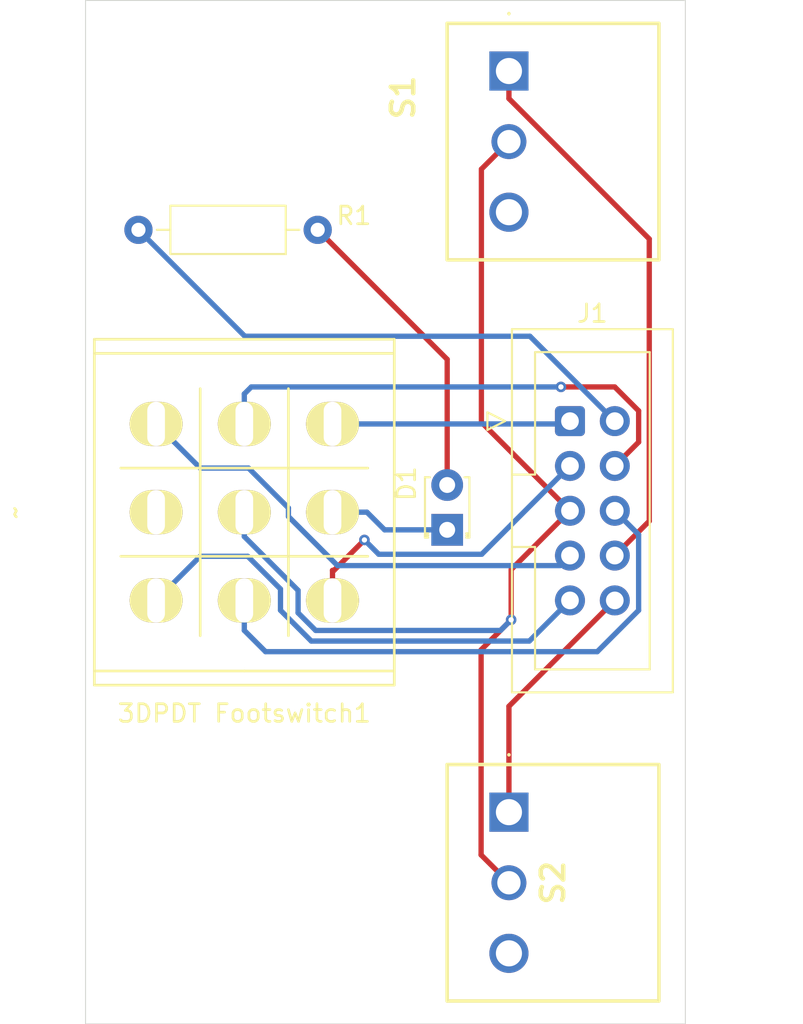
<source format=kicad_pcb>
(kicad_pcb (version 20241229) (generator "pcbnew") (generator_version "9.0")
  (layers (0 "F.Cu" signal) (2 "B.Cu" signal) (13 "F.Paste" user) (15 "B.Paste" user) (5 "F.SilkS" user "F.Silkscreen") (7 "B.SilkS" user "B.Silkscreen") (1 "F.Mask" user) (3 "B.Mask" user) (25 "Edge.Cuts" user))
  (net 0 "")
  (net 2 "/conn9")
  (net 3 "/conn4")
  (net 4 "/conn2")
  (net 5 "/conn7")
  (net 6 "/conn3")
  (net 7 "/conn6")
  (net 8 "/conn1")
  (net 9 "/conn5")
  (net 10 "/conn8")
  (net 11 "Net-(D1-A)")
  (net 12 "/fsw2")
  (net 13 "/conn10")
  (footprint "Resistor_THT:R_Axial_DIN0207_L6.3mm_D2.5mm_P10.16mm_Horizontal" (layer "F.Cu") (at 143.16 78 180)
    (property "Reference" "R1" (at -2.05 0.8 0) (layer "F.SilkS"))
    (property "Value" "1k")
    (fp_line (start 9.12 0) (end 8.35 0) (stroke (width 0.12)) (layer "F.SilkS"))
    (fp_line (start 1.04 0) (end 1.81 0) (stroke (width 0.12)) (layer "F.SilkS"))
    (fp_rect (start 1.81 -1.37) (end 8.35 1.37) (stroke (width 0.12)) (fill no) (layer "F.SilkS"))
    (pad "1" thru_hole circle (at 0 0 180) (size 1.6 1.6) (drill 0.8) (layers "*.Cu" "*.Mask") (net 11 "Net-(D1-A)"))
    (pad "2" thru_hole circle (at 10.16 0 180) (size 1.6 1.6) (drill 0.8) (layers "*.Cu" "*.Mask") (net 4 "/conn2"))
  )
  (footprint "pcb switch:SF12011F010220RM050" (layer "F.Cu") (at 154 111 -90)
    (property "Reference" "S2" (at 4 -2.5 90) (layer "F.SilkS") (effects (font (size 1.27 1.27) (thickness 0.254))))
    (property "Value" "SF12011F-0102-20R-M-050" (hide yes))
    (fp_line (start -2.7 3.5) (end -2.7 -8.5) (stroke (width 0.2)) (layer "F.SilkS"))
    (fp_line (start 10.7 3.5) (end -2.7 3.5) (stroke (width 0.2)) (layer "F.SilkS"))
    (fp_line (start -3.3 0) (end -3.3 0) (stroke (width 0.1)) (layer "F.SilkS"))
    (fp_line (start -3.2 0) (end -3.2 0) (stroke (width 0.1)) (layer "F.SilkS"))
    (fp_line (start -2.7 -8.5) (end 10.7 -8.5) (stroke (width 0.2)) (layer "F.SilkS"))
    (fp_line (start 10.7 -8.5) (end 10.7 3.5) (stroke (width 0.2)) (layer "F.SilkS"))
    (fp_arc (start -3.3 0) (mid -3.25 -0.05) (end -3.2 0) (stroke (width 0.1)) (layer "F.SilkS"))
    (fp_arc (start -3.2 0) (mid -3.25 0.05) (end -3.3 0) (stroke (width 0.1)) (layer "F.SilkS"))
    (pad "1" thru_hole rect (at 0 0 270) (size 2.22 2.22) (drill 1.48) (layers "*.Cu" "*.Mask") (net 13 "/conn10"))
    (pad "2" thru_hole circle (at 4 0 270) (size 1.98 1.98) (drill 1.32) (layers "*.Cu" "*.Mask") (net 9 "/conn5"))
    (pad "3" thru_hole circle (at 8 0 270) (size 2.22 2.22) (drill 1.48) (layers "*.Cu" "*.Mask"))
  )
  (footprint "LED_THT:LED_D1.8mm_W3.3mm_H2.4mm" (layer "F.Cu") (at 150.5 95 90)
    (property "Reference" "D1" (at 2.62 -2.3 90) (layer "F.SilkS"))
    (property "Value" "LED")
    (fp_line (start 2.98 -1.26) (end 2.98 -0.986) (stroke (width 0.12)) (layer "F.SilkS"))
    (fp_line (start -0.2 -1.26) (end -0.2 -1.08) (stroke (width 0.12)) (layer "F.SilkS"))
    (fp_line (start -0.32 -1.26) (end -0.32 -1.08) (stroke (width 0.12)) (layer "F.SilkS"))
    (fp_line (start -0.44 -1.26) (end 2.98 -1.26) (stroke (width 0.12)) (layer "F.SilkS"))
    (fp_line (start -0.44 -1.08) (end -0.44 -1.26) (stroke (width 0.12)) (layer "F.SilkS"))
    (fp_line (start 2.98 0.986) (end 2.98 1.26) (stroke (width 0.12)) (layer "F.SilkS"))
    (fp_line (start -0.2 1.08) (end -0.2 1.26) (stroke (width 0.12)) (layer "F.SilkS"))
    (fp_line (start -0.32 1.08) (end -0.32 1.26) (stroke (width 0.12)) (layer "F.SilkS"))
    (fp_line (start 2.98 1.26) (end -0.44 1.26) (stroke (width 0.12)) (layer "F.SilkS"))
    (fp_line (start -0.44 1.26) (end -0.44 1.08) (stroke (width 0.12)) (layer "F.SilkS"))
    (pad "1" thru_hole rect (at 0 0 90) (size 1.8 1.8) (drill 0.9) (layers "*.Cu" "*.Mask") (net 12 "/fsw2"))
    (pad "2" thru_hole circle (at 2.54 0 90) (size 1.8 1.8) (drill 0.9) (layers "*.Cu" "*.Mask") (net 11 "Net-(D1-A)"))
  )
  (footprint "Button_Switch_THT:Switches_Stomp_Switch_3PDT" (layer "F.Cu") (at 139 94 -90)
    (property "Reference" "3DPDT Footswitch1" (at 11.4 0 0) (layer "F.SilkS"))
    (property "Value" "~" (at 0 13 90) (layer "F.SilkS"))
    (fp_line (start -9.8 8.5) (end -9.8 -8.5) (stroke (width 0.15)) (layer "F.SilkS"))
    (fp_line (start -9 8.5) (end -9.8 8.5) (stroke (width 0.15)) (layer "F.SilkS"))
    (fp_line (start -9 8.5) (end 9 8.5) (stroke (width 0.15)) (layer "F.SilkS"))
    (fp_line (start -9 8.5) (end -9 -8.5) (stroke (width 0.15)) (layer "F.SilkS"))
    (fp_line (start 9 8.5) (end 9 0) (stroke (width 0.15)) (layer "F.SilkS"))
    (fp_line (start 9.8 8.5) (end 9 8.5) (stroke (width 0.15)) (layer "F.SilkS"))
    (fp_line (start 9.8 8.5) (end 9.8 -8.5) (stroke (width 0.15)) (layer "F.SilkS"))
    (fp_line (start 2.5 7) (end 2.5 -7) (stroke (width 0.15)) (layer "F.SilkS"))
    (fp_line (start 7 2.5) (end -7 2.5) (stroke (width 0.15)) (layer "F.SilkS"))
    (fp_line (start -7 -2.5) (end 7 -2.5) (stroke (width 0.15)) (layer "F.SilkS"))
    (fp_line (start -2.5 -7) (end -2.5 7) (stroke (width 0.15)) (layer "F.SilkS"))
    (fp_line (start -9.8 -8.5) (end -9 -8.5) (stroke (width 0.15)) (layer "F.SilkS"))
    (fp_line (start -9 -8.5) (end 9 -8.5) (stroke (width 0.15)) (layer "F.SilkS"))
    (fp_line (start 9 -8.5) (end 9 0) (stroke (width 0.15)) (layer "F.SilkS"))
    (fp_line (start 9.8 -8.5) (end 9 -8.5) (stroke (width 0.15)) (layer "F.SilkS"))
    (pad "1" thru_hole oval (at -5 -5 270) (size 2.5 3) (drill oval 2.5 1) (layers "*.Cu" "*.Mask" "F.SilkS") (net 8 "/conn1"))
    (pad "2" thru_hole oval (at 0 -5 270) (size 2.5 3) (drill oval 2.5 1) (layers "*.Cu" "*.Mask" "F.SilkS") (net 12 "/fsw2"))
    (pad "3" thru_hole oval (at 5 -5 270) (size 2.5 3) (drill oval 2.5 1) (layers "*.Cu" "*.Mask" "F.SilkS") (net 6 "/conn3"))
    (pad "4" thru_hole oval (at -5 0 270) (size 2.5 3) (drill oval 2.5 1) (layers "*.Cu" "*.Mask" "F.SilkS") (net 3 "/conn4"))
    (pad "5" thru_hole oval (at 0 0 270) (size 2.5 3) (drill oval 2.5 1) (layers "*.Cu" "*.Mask" "F.SilkS") (net 9 "/conn5"))
    (pad "6" thru_hole oval (at 5 0 270) (size 2.5 3) (drill oval 2.5 1) (layers "*.Cu" "*.Mask" "F.SilkS") (net 7 "/conn6"))
    (pad "7" thru_hole oval (at -5 5 270) (size 2.5 3) (drill oval 2.5 1) (layers "*.Cu" "*.Mask" "F.SilkS") (net 5 "/conn7"))
    (pad "8" thru_hole oval (at 0 5 270) (size 2.5 3) (drill oval 2.5 1) (layers "*.Cu" "*.Mask" "F.SilkS"))
    (pad "9" thru_hole oval (at 5 5 270) (size 2.5 3) (drill oval 2.5 1) (layers "*.Cu" "*.Mask" "F.SilkS") (net 2 "/conn9"))
  )
  (footprint "Connector_IDC:IDC-Header_2x05_P2.54mm_Vertical" (layer "F.Cu") (at 157.46 88.84)
    (property "Reference" "J1" (at 1.27 -6.1 0) (layer "F.SilkS"))
    (property "Value" "Conn_02x05_Counter_Clockwise")
    (fp_line (start -4.68 -0.5) (end -4.68 0.5) (stroke (width 0.12)) (layer "F.SilkS"))
    (fp_line (start -4.68 0.5) (end -3.68 0) (stroke (width 0.12)) (layer "F.SilkS"))
    (fp_line (start -3.68 0) (end -4.68 -0.5) (stroke (width 0.12)) (layer "F.SilkS"))
    (fp_line (start -3.29 -5.21) (end 5.83 -5.21) (stroke (width 0.12)) (layer "F.SilkS"))
    (fp_line (start -3.29 3.03) (end -1.98 3.03) (stroke (width 0.12)) (layer "F.SilkS"))
    (fp_line (start -3.29 15.37) (end -3.29 -5.21) (stroke (width 0.12)) (layer "F.SilkS"))
    (fp_line (start -1.98 -3.91) (end 4.52 -3.91) (stroke (width 0.12)) (layer "F.SilkS"))
    (fp_line (start -1.98 3.03) (end -1.98 -3.91) (stroke (width 0.12)) (layer "F.SilkS"))
    (fp_line (start -1.98 7.13) (end -3.29 7.13) (stroke (width 0.12)) (layer "F.SilkS"))
    (fp_line (start -1.98 14.07) (end -1.98 7.13) (stroke (width 0.12)) (layer "F.SilkS"))
    (fp_line (start 4.52 -3.91) (end 4.52 14.07) (stroke (width 0.12)) (layer "F.SilkS"))
    (fp_line (start 4.52 14.07) (end -1.98 14.07) (stroke (width 0.12)) (layer "F.SilkS"))
    (fp_line (start 5.83 -5.21) (end 5.83 15.37) (stroke (width 0.12)) (layer "F.SilkS"))
    (fp_line (start 5.83 15.37) (end -3.29 15.37) (stroke (width 0.12)) (layer "F.SilkS"))
    (pad "1" thru_hole roundrect (at 0 0) (size 1.7 1.7) (drill 1) (layers "*.Cu" "*.Mask") (roundrect_rratio 0.147059) (net 8 "/conn1"))
    (pad "2" thru_hole circle (at 2.54 0) (size 1.7 1.7) (drill 1) (layers "*.Cu" "*.Mask") (net 4 "/conn2"))
    (pad "3" thru_hole circle (at 0 2.54) (size 1.7 1.7) (drill 1) (layers "*.Cu" "*.Mask") (net 6 "/conn3"))
    (pad "4" thru_hole circle (at 2.54 2.54) (size 1.7 1.7) (drill 1) (layers "*.Cu" "*.Mask") (net 3 "/conn4"))
    (pad "5" thru_hole circle (at 0 5.08) (size 1.7 1.7) (drill 1) (layers "*.Cu" "*.Mask") (net 9 "/conn5"))
    (pad "6" thru_hole circle (at 2.54 5.08) (size 1.7 1.7) (drill 1) (layers "*.Cu" "*.Mask") (net 7 "/conn6"))
    (pad "7" thru_hole circle (at 0 7.62) (size 1.7 1.7) (drill 1) (layers "*.Cu" "*.Mask") (net 5 "/conn7"))
    (pad "8" thru_hole circle (at 2.54 7.62) (size 1.7 1.7) (drill 1) (layers "*.Cu" "*.Mask") (net 10 "/conn8"))
    (pad "9" thru_hole circle (at 0 10.16) (size 1.7 1.7) (drill 1) (layers "*.Cu" "*.Mask") (net 2 "/conn9"))
    (pad "10" thru_hole circle (at 2.54 10.16) (size 1.7 1.7) (drill 1) (layers "*.Cu" "*.Mask") (net 13 "/conn10"))
  )
  (footprint "pcb switch:SF12011F010220RM050" (layer "F.Cu") (at 154 69 -90)
    (property "Reference" "S1" (at 1.5 6 90) (layer "F.SilkS") (effects (font (size 1.27 1.27) (thickness 0.254))))
    (property "Value" "SF12011F-0102-20R-M-050" (hide yes))
    (fp_line (start -2.7 3.5) (end -2.7 -8.5) (stroke (width 0.2)) (layer "F.SilkS"))
    (fp_line (start 10.7 3.5) (end -2.7 3.5) (stroke (width 0.2)) (layer "F.SilkS"))
    (fp_line (start -3.3 0) (end -3.3 0) (stroke (width 0.1)) (layer "F.SilkS"))
    (fp_line (start -3.2 0) (end -3.2 0) (stroke (width 0.1)) (layer "F.SilkS"))
    (fp_line (start -2.7 -8.5) (end 10.7 -8.5) (stroke (width 0.2)) (layer "F.SilkS"))
    (fp_line (start 10.7 -8.5) (end 10.7 3.5) (stroke (width 0.2)) (layer "F.SilkS"))
    (fp_arc (start -3.3 0) (mid -3.25 -0.05) (end -3.2 0) (stroke (width 0.1)) (layer "F.SilkS"))
    (fp_arc (start -3.2 0) (mid -3.25 0.05) (end -3.3 0) (stroke (width 0.1)) (layer "F.SilkS"))
    (pad "1" thru_hole rect (at 0 0 270) (size 2.22 2.22) (drill 1.48) (layers "*.Cu" "*.Mask") (net 10 "/conn8"))
    (pad "2" thru_hole circle (at 4 0 270) (size 1.98 1.98) (drill 1.32) (layers "*.Cu" "*.Mask") (net 9 "/conn5"))
    (pad "3" thru_hole circle (at 8 0 270) (size 2.22 2.22) (drill 1.48) (layers "*.Cu" "*.Mask"))
  )
  (gr_rect (start 130 65) (end 164 123) (stroke (width 0.05)) (fill no) (layer "Edge.Cuts"))
  (segment (start 157.46 99) (end 155.1566 101.3034) (width 0.3) (layer "B.Cu") (net 2))
  (segment (start 155.1566 101.3034) (end 142.7959 101.3034) (width 0.3) (layer "B.Cu") (net 2))
  (segment (start 139.1959 96.5) (end 136.5 96.5) (width 0.3) (layer "B.Cu") (net 2))
  (segment (start 142.7959 101.3034) (end 141.0511 99.5586) (width 0.3) (layer "B.Cu") (net 2))
  (segment (start 141.0511 99.5586) (end 141.0511 98.3552) (width 0.3) (layer "B.Cu") (net 2))
  (segment (start 141.0511 98.3552) (end 139.1959 96.5) (width 0.3) (layer "B.Cu") (net 2))
  (segment (start 136.5 96.5) (end 134 99) (width 0.3) (layer "B.Cu") (net 2))
  (segment (start 160 91.38) (end 161.3519 90.0281) (width 0.3) (layer "F.Cu") (net 3))
  (segment (start 159.9971 86.9023) (end 156.9469 86.9023) (width 0.3) (layer "F.Cu") (net 3))
  (segment (start 161.3519 88.2571) (end 159.9971 86.9023) (width 0.3) (layer "F.Cu") (net 3))
  (segment (start 161.3519 90.0281) (end 161.3519 88.2571) (width 0.3) (layer "F.Cu") (net 3))
  (via (at 156.9469 86.9023) (size 0.6) (drill 0.3) (layers "F.Cu" "B.Cu") (net 3))
  (segment (start 139 89) (end 139 87.2983) (width 0.3) (layer "B.Cu") (net 3))
  (segment (start 139.396 86.9023) (end 139 87.2983) (width 0.3) (layer "B.Cu") (net 3))
  (segment (start 156.9469 86.9023) (end 139.396 86.9023) (width 0.3) (layer "B.Cu") (net 3))
  (segment (start 160 88.84) (end 155.1899 84.0299) (width 0.3) (layer "B.Cu") (net 4))
  (segment (start 139.0299 84.0299) (end 133 78) (width 0.3) (layer "B.Cu") (net 4))
  (segment (start 155.1899 84.0299) (end 139.0299 84.0299) (width 0.3) (layer "B.Cu") (net 4))
  (segment (start 141.5 94.2448) (end 141.5 93.7597) (width 0.3) (layer "B.Cu") (net 5))
  (segment (start 156.8917 97.0283) (end 144.2835 97.0283) (width 0.3) (layer "B.Cu") (net 5))
  (segment (start 139.2403 91.5) (end 136.5 91.5) (width 0.3) (layer "B.Cu") (net 5))
  (segment (start 157.46 96.46) (end 156.8917 97.0283) (width 0.3) (layer "B.Cu") (net 5))
  (segment (start 136.5 91.5) (end 134 89) (width 0.3) (layer "B.Cu") (net 5))
  (segment (start 141.5 93.7597) (end 139.2403 91.5) (width 0.3) (layer "B.Cu") (net 5))
  (segment (start 144.2835 97.0283) (end 141.5 94.2448) (width 0.3) (layer "B.Cu") (net 5))
  (segment (start 144 99) (end 144 97.2983) (width 0.3) (layer "F.Cu") (net 6))
  (segment (start 145.8082 95.5735) (end 144.0834 97.2983) (width 0.3) (layer "F.Cu") (net 6))
  (segment (start 145.8082 95.5735) (end 145.7104 95.6713) (width 0.3) (layer "F.Cu") (net 6))
  (segment (start 144.0834 97.2983) (end 144 97.2983) (width 0.3) (layer "F.Cu") (net 6))
  (segment (start 145.7104 95.6713) (end 145.8082 95.5735) (width 0.3) (layer "F.Cu") (net 6))
  (via (at 145.8082 95.5735) (size 0.6) (drill 0.3) (layers "F.Cu" "B.Cu") (net 6))
  (segment (start 145.7104 95.6713) (end 145.8082 95.5735) (width 0.3) (layer "B.Cu") (net 6))
  (segment (start 152.455 96.385) (end 146.6197 96.385) (width 0.3) (layer "B.Cu") (net 6))
  (segment (start 146.6197 96.385) (end 145.8082 95.5735) (width 0.3) (layer "B.Cu") (net 6))
  (segment (start 157.46 91.38) (end 152.455 96.385) (width 0.3) (layer "B.Cu") (net 6))
  (segment (start 145.8082 95.5735) (end 145.7104 95.6713) (width 0.3) (layer "B.Cu") (net 6))
  (segment (start 159.0079 101.9051) (end 161.3508 99.5622) (width 0.3) (layer "B.Cu") (net 7))
  (segment (start 139 99) (end 139 100.7017) (width 0.3) (layer "B.Cu") (net 7))
  (segment (start 161.3508 99.5622) (end 161.3508 95.2708) (width 0.3) (layer "B.Cu") (net 7))
  (segment (start 161.3508 95.2708) (end 160 93.92) (width 0.3) (layer "B.Cu") (net 7))
  (segment (start 139 100.7017) (end 140.2034 101.9051) (width 0.3) (layer "B.Cu") (net 7))
  (segment (start 140.2034 101.9051) (end 159.0079 101.9051) (width 0.3) (layer "B.Cu") (net 7))
  (segment (start 157.3 89) (end 157.46 88.84) (width 0.3) (layer "B.Cu") (net 8))
  (segment (start 144 89) (end 157.3 89) (width 0.3) (layer "B.Cu") (net 8))
  (segment (start 154 73) (end 152.438 74.562) (width 0.3) (layer "F.Cu") (net 9))
  (segment (start 152.4226 113.4226) (end 152.4226 101.8022) (width 0.3) (layer "F.Cu") (net 9))
  (segment (start 154.125 97.255) (end 157.46 93.92) (width 0.3) (layer "F.Cu") (net 9))
  (segment (start 152.438 74.562) (end 152.438 88.898) (width 0.3) (layer "F.Cu") (net 9))
  (segment (start 152.438 88.898) (end 157.46 93.92) (width 0.3) (layer "F.Cu") (net 9))
  (segment (start 152.4226 101.8022) (end 154.125 100.0998) (width 0.3) (layer "F.Cu") (net 9))
  (segment (start 154.125 100.0998) (end 154.125 97.255) (width 0.3) (layer "F.Cu") (net 9))
  (segment (start 154 115) (end 152.4226 113.4226) (width 0.3) (layer "F.Cu") (net 9))
  (via (at 154.125 100.0998) (size 0.6) (drill 0.3) (layers "F.Cu" "B.Cu") (net 9))
  (segment (start 143.0451 100.7017) (end 153.5231 100.7017) (width 0.3) (layer "B.Cu") (net 9))
  (segment (start 142.0483 98.4309) (end 142.0483 99.7049) (width 0.3) (layer "B.Cu") (net 9))
  (segment (start 139 94) (end 139 95.3826) (width 0.3) (layer "B.Cu") (net 9))
  (segment (start 153.5231 100.7017) (end 154.125 100.0998) (width 0.3) (layer "B.Cu") (net 9))
  (segment (start 139 95.3826) (end 142.0483 98.4309) (width 0.3) (layer "B.Cu") (net 9))
  (segment (start 142.0483 99.7049) (end 143.0451 100.7017) (width 0.3) (layer "B.Cu") (net 9))
  (segment (start 160 96.46) (end 161.9536 94.5064) (width 0.3) (layer "F.Cu") (net 10))
  (segment (start 154 69) (end 154 70.5617) (width 0.3) (layer "F.Cu") (net 10))
  (segment (start 161.9536 94.5064) (end 161.9536 78.5153) (width 0.3) (layer "F.Cu") (net 10))
  (segment (start 161.9536 78.5153) (end 154 70.5617) (width 0.3) (layer "F.Cu") (net 10))
  (segment (start 150.5 85.34) (end 150.5 92.46) (width 0.3) (layer "F.Cu") (net 11))
  (segment (start 143.16 78) (end 150.5 85.34) (width 0.3) (layer "F.Cu") (net 11))
  (segment (start 146.9517 95) (end 145.9517 94) (width 0.3) (layer "B.Cu") (net 12))
  (segment (start 144 94) (end 145.9517 94) (width 0.3) (layer "B.Cu") (net 12))
  (segment (start 150.5 95) (end 146.9517 95) (width 0.3) (layer "B.Cu") (net 12))
  (segment (start 154 105) (end 154 111) (width 0.3) (layer "F.Cu") (net 13))
  (segment (start 160 99) (end 154 105) (width 0.3) (layer "F.Cu") (net 13))
)
</source>
